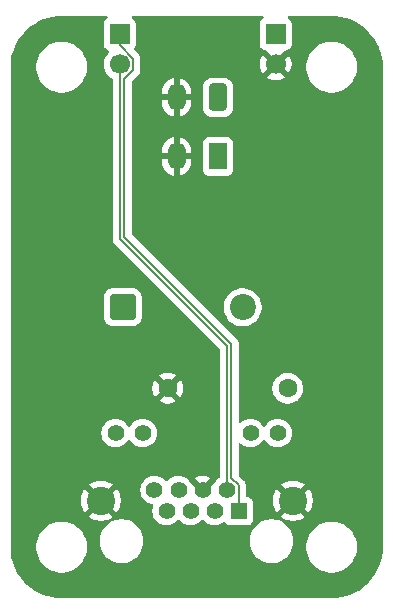
<source format=gtl>
%TF.GenerationSoftware,KiCad,Pcbnew,9.0.2*%
%TF.CreationDate,2025-11-18T17:18:59+08:00*%
%TF.ProjectId,swerve-hub,73776572-7665-42d6-9875-622e6b696361,rev?*%
%TF.SameCoordinates,Original*%
%TF.FileFunction,Copper,L1,Top*%
%TF.FilePolarity,Positive*%
%FSLAX46Y46*%
G04 Gerber Fmt 4.6, Leading zero omitted, Abs format (unit mm)*
G04 Created by KiCad (PCBNEW 9.0.2) date 2025-11-18 17:18:59*
%MOMM*%
%LPD*%
G01*
G04 APERTURE LIST*
G04 Aperture macros list*
%AMRoundRect*
0 Rectangle with rounded corners*
0 $1 Rounding radius*
0 $2 $3 $4 $5 $6 $7 $8 $9 X,Y pos of 4 corners*
0 Add a 4 corners polygon primitive as box body*
4,1,4,$2,$3,$4,$5,$6,$7,$8,$9,$2,$3,0*
0 Add four circle primitives for the rounded corners*
1,1,$1+$1,$2,$3*
1,1,$1+$1,$4,$5*
1,1,$1+$1,$6,$7*
1,1,$1+$1,$8,$9*
0 Add four rect primitives between the rounded corners*
20,1,$1+$1,$2,$3,$4,$5,0*
20,1,$1+$1,$4,$5,$6,$7,0*
20,1,$1+$1,$6,$7,$8,$9,0*
20,1,$1+$1,$8,$9,$2,$3,0*%
G04 Aperture macros list end*
%TA.AperFunction,ComponentPad*%
%ADD10R,1.500000X2.300000*%
%TD*%
%TA.AperFunction,ComponentPad*%
%ADD11RoundRect,0.250001X0.499999X0.899999X-0.499999X0.899999X-0.499999X-0.899999X0.499999X-0.899999X0*%
%TD*%
%TA.AperFunction,ComponentPad*%
%ADD12O,1.500000X2.300000*%
%TD*%
%TA.AperFunction,ComponentPad*%
%ADD13R,1.408000X1.408000*%
%TD*%
%TA.AperFunction,ComponentPad*%
%ADD14C,1.408000*%
%TD*%
%TA.AperFunction,ComponentPad*%
%ADD15C,2.400000*%
%TD*%
%TA.AperFunction,ComponentPad*%
%ADD16RoundRect,0.249999X-0.850001X-0.850001X0.850001X-0.850001X0.850001X0.850001X-0.850001X0.850001X0*%
%TD*%
%TA.AperFunction,ComponentPad*%
%ADD17C,2.200000*%
%TD*%
%TA.AperFunction,ComponentPad*%
%ADD18C,1.600000*%
%TD*%
%TA.AperFunction,ComponentPad*%
%ADD19R,1.700000X1.700000*%
%TD*%
%TA.AperFunction,ComponentPad*%
%ADD20C,1.700000*%
%TD*%
%TA.AperFunction,Conductor*%
%ADD21C,0.200000*%
%TD*%
G04 APERTURE END LIST*
D10*
%TO.P,J3,1,Pin_1*%
%TO.N,Net-(D1-A)*%
X99766000Y-71812500D03*
D11*
X99766000Y-66812500D03*
D12*
%TO.P,J3,2,Pin_2*%
%TO.N,/GND*%
X96266000Y-71812500D03*
X96266000Y-66812500D03*
%TD*%
D13*
%TO.P,J1,1,1*%
%TO.N,/CANh*%
X101526000Y-101843500D03*
D14*
%TO.P,J1,2,2*%
%TO.N,/CANl*%
X100506000Y-100063500D03*
%TO.P,J1,3,3*%
%TO.N,/12v*%
X99486000Y-101843500D03*
%TO.P,J1,4,4*%
%TO.N,/GND*%
X98466000Y-100063500D03*
%TO.P,J1,5,5*%
%TO.N,unconnected-(J1-Pad5)*%
X97446000Y-101843500D03*
%TO.P,J1,6,6*%
%TO.N,unconnected-(J1-Pad6)*%
X96426000Y-100063500D03*
%TO.P,J1,7,7*%
%TO.N,unconnected-(J1-Pad7)*%
X95406000Y-101843500D03*
%TO.P,J1,8,8*%
%TO.N,unconnected-(J1-Pad8)*%
X94386000Y-100063500D03*
%TO.P,J1,9*%
%TO.N,Net-(J1-Pad9)*%
X104816000Y-95243500D03*
%TO.P,J1,10*%
%TO.N,/12v*%
X102526000Y-95243500D03*
%TO.P,J1,11*%
%TO.N,unconnected-(J1-Pad11)*%
X93386000Y-95243500D03*
%TO.P,J1,12*%
%TO.N,unconnected-(J1-Pad12)*%
X91096000Y-95243500D03*
D15*
%TO.P,J1,SH1,SHIELD*%
%TO.N,/GND*%
X89831000Y-100953500D03*
%TO.P,J1,SH2,SHIELD__1*%
X106081000Y-100953500D03*
%TD*%
D16*
%TO.P,D1,1,K*%
%TO.N,/12v*%
X91694000Y-84582000D03*
D17*
%TO.P,D1,2,A*%
%TO.N,Net-(D1-A)*%
X101854000Y-84582000D03*
%TD*%
D18*
%TO.P,R1,1*%
%TO.N,/GND*%
X95504000Y-91440000D03*
%TO.P,R1,2*%
%TO.N,Net-(J1-Pad9)*%
X105664000Y-91440000D03*
%TD*%
D19*
%TO.P,J2,1,Pin_1*%
%TO.N,/CANh*%
X91440000Y-61463000D03*
D20*
%TO.P,J2,2,Pin_2*%
%TO.N,/CANl*%
X91440000Y-64003000D03*
%TD*%
D19*
%TO.P,J4,1,Pin_1*%
%TO.N,/12v*%
X104648000Y-61463000D03*
D20*
%TO.P,J4,2,Pin_2*%
%TO.N,/GND*%
X104648000Y-64003000D03*
%TD*%
D21*
%TO.N,/CANl*%
X100506000Y-87829450D02*
X91440000Y-78763450D01*
X91440000Y-78763450D02*
X91440000Y-64003000D01*
X100506000Y-100063500D02*
X100506000Y-87829450D01*
%TO.N,/CANh*%
X91841000Y-65229760D02*
X91841000Y-78597350D01*
X91841000Y-78597350D02*
X100907000Y-87663350D01*
X92591000Y-63526240D02*
X92591000Y-64479760D01*
X101526000Y-99662215D02*
X101526000Y-101843500D01*
X91440000Y-62375240D02*
X92591000Y-63526240D01*
X92591000Y-64479760D02*
X91841000Y-65229760D01*
X100907000Y-99043215D02*
X100907000Y-87663350D01*
X91440000Y-61463000D02*
X91440000Y-62375240D01*
X101526000Y-99662215D02*
X100907000Y-99043215D01*
%TD*%
%TA.AperFunction,Conductor*%
%TO.N,/GND*%
G36*
X90379476Y-59945685D02*
G01*
X90425231Y-59998489D01*
X90435175Y-60067647D01*
X90406150Y-60131203D01*
X90355771Y-60166182D01*
X90347669Y-60169203D01*
X90347664Y-60169206D01*
X90232455Y-60255452D01*
X90232452Y-60255455D01*
X90146206Y-60370664D01*
X90146202Y-60370671D01*
X90095908Y-60505517D01*
X90089501Y-60565116D01*
X90089501Y-60565123D01*
X90089500Y-60565135D01*
X90089500Y-62360870D01*
X90089501Y-62360876D01*
X90095908Y-62420483D01*
X90146202Y-62555328D01*
X90146206Y-62555335D01*
X90232452Y-62670544D01*
X90232455Y-62670547D01*
X90347664Y-62756793D01*
X90347671Y-62756797D01*
X90479082Y-62805810D01*
X90535016Y-62847681D01*
X90559433Y-62913145D01*
X90544582Y-62981418D01*
X90523431Y-63009673D01*
X90409889Y-63123215D01*
X90284951Y-63295179D01*
X90188444Y-63484585D01*
X90122753Y-63686760D01*
X90089500Y-63896713D01*
X90089500Y-64109286D01*
X90122753Y-64319239D01*
X90188444Y-64521414D01*
X90284951Y-64710820D01*
X90409890Y-64882786D01*
X90560213Y-65033109D01*
X90732184Y-65158051D01*
X90732184Y-65158052D01*
X90771793Y-65178233D01*
X90822590Y-65226206D01*
X90839500Y-65288718D01*
X90839500Y-78676780D01*
X90839499Y-78676798D01*
X90839499Y-78842504D01*
X90839498Y-78842504D01*
X90880423Y-78995235D01*
X90909358Y-79045350D01*
X90909359Y-79045354D01*
X90909360Y-79045354D01*
X90959479Y-79132164D01*
X90959481Y-79132167D01*
X91078349Y-79251035D01*
X91078355Y-79251040D01*
X99869181Y-88041866D01*
X99902666Y-88103189D01*
X99905500Y-88129547D01*
X99905500Y-98947763D01*
X99885815Y-99014802D01*
X99854386Y-99048081D01*
X99721319Y-99144760D01*
X99587258Y-99278821D01*
X99587251Y-99278829D01*
X99534483Y-99351458D01*
X99516560Y-99365278D01*
X99517167Y-99365885D01*
X98908137Y-99974914D01*
X98885333Y-99889806D01*
X98826090Y-99787194D01*
X98742306Y-99703410D01*
X98639694Y-99644167D01*
X98554584Y-99621361D01*
X99123193Y-99052753D01*
X99097033Y-99033746D01*
X98928178Y-98947710D01*
X98747937Y-98889145D01*
X98560762Y-98859500D01*
X98371238Y-98859500D01*
X98184062Y-98889145D01*
X98003821Y-98947710D01*
X97834969Y-99033745D01*
X97808806Y-99052753D01*
X98377415Y-99621361D01*
X98292306Y-99644167D01*
X98189694Y-99703410D01*
X98105910Y-99787194D01*
X98046667Y-99889806D01*
X98023861Y-99974914D01*
X97432551Y-99383604D01*
X97431398Y-99383273D01*
X97419996Y-99372567D01*
X97404591Y-99360315D01*
X97400849Y-99356046D01*
X97344741Y-99278821D01*
X97210679Y-99144759D01*
X97057296Y-99033319D01*
X97026499Y-99017627D01*
X96888372Y-98947247D01*
X96829905Y-98928250D01*
X96708055Y-98888658D01*
X96708051Y-98888657D01*
X96708050Y-98888657D01*
X96520800Y-98859000D01*
X96520796Y-98859000D01*
X96331204Y-98859000D01*
X96331200Y-98859000D01*
X96143949Y-98888657D01*
X96143946Y-98888657D01*
X96143945Y-98888658D01*
X96085482Y-98907653D01*
X95963627Y-98947247D01*
X95794703Y-99033319D01*
X95641319Y-99144760D01*
X95507258Y-99278821D01*
X95506317Y-99280118D01*
X95505832Y-99280491D01*
X95504095Y-99282526D01*
X95503667Y-99282160D01*
X95450987Y-99322783D01*
X95381373Y-99328761D01*
X95319579Y-99296154D01*
X95305683Y-99280118D01*
X95304741Y-99278821D01*
X95170680Y-99144760D01*
X95017296Y-99033319D01*
X94848372Y-98947247D01*
X94789905Y-98928250D01*
X94668055Y-98888658D01*
X94668051Y-98888657D01*
X94668050Y-98888657D01*
X94480800Y-98859000D01*
X94480796Y-98859000D01*
X94291204Y-98859000D01*
X94291200Y-98859000D01*
X94103949Y-98888657D01*
X94103946Y-98888657D01*
X94103945Y-98888658D01*
X94045482Y-98907653D01*
X93923627Y-98947247D01*
X93754703Y-99033319D01*
X93601319Y-99144760D01*
X93467260Y-99278819D01*
X93355819Y-99432203D01*
X93269747Y-99601127D01*
X93211157Y-99781449D01*
X93181500Y-99968699D01*
X93181500Y-100158300D01*
X93209027Y-100332099D01*
X93211158Y-100345555D01*
X93250750Y-100467405D01*
X93269747Y-100525872D01*
X93330655Y-100645409D01*
X93355819Y-100694796D01*
X93467259Y-100848179D01*
X93601321Y-100982241D01*
X93754704Y-101093681D01*
X93834515Y-101134346D01*
X93923627Y-101179752D01*
X93923629Y-101179752D01*
X93923632Y-101179754D01*
X94103945Y-101238342D01*
X94103951Y-101238343D01*
X94103949Y-101238343D01*
X94181378Y-101250606D01*
X94244513Y-101280535D01*
X94281445Y-101339846D01*
X94280447Y-101409709D01*
X94279912Y-101411397D01*
X94231157Y-101561447D01*
X94201500Y-101748699D01*
X94201500Y-101938300D01*
X94231157Y-102125550D01*
X94231158Y-102125555D01*
X94270750Y-102247405D01*
X94289747Y-102305872D01*
X94375819Y-102474796D01*
X94487259Y-102628179D01*
X94621321Y-102762241D01*
X94774704Y-102873681D01*
X94854515Y-102914346D01*
X94943627Y-102959752D01*
X94943629Y-102959752D01*
X94943632Y-102959754D01*
X95123945Y-103018342D01*
X95217574Y-103033171D01*
X95311200Y-103048000D01*
X95311204Y-103048000D01*
X95500800Y-103048000D01*
X95584022Y-103034818D01*
X95688055Y-103018342D01*
X95868368Y-102959754D01*
X96037296Y-102873681D01*
X96190679Y-102762241D01*
X96324741Y-102628179D01*
X96325677Y-102626889D01*
X96326158Y-102626518D01*
X96327905Y-102624474D01*
X96328334Y-102624840D01*
X96381003Y-102584220D01*
X96450616Y-102578236D01*
X96512413Y-102610837D01*
X96526319Y-102626885D01*
X96527259Y-102628179D01*
X96661321Y-102762241D01*
X96814704Y-102873681D01*
X96894515Y-102914346D01*
X96983627Y-102959752D01*
X96983629Y-102959752D01*
X96983632Y-102959754D01*
X97163945Y-103018342D01*
X97257574Y-103033171D01*
X97351200Y-103048000D01*
X97351204Y-103048000D01*
X97540800Y-103048000D01*
X97624022Y-103034818D01*
X97728055Y-103018342D01*
X97908368Y-102959754D01*
X98077296Y-102873681D01*
X98230679Y-102762241D01*
X98364741Y-102628179D01*
X98365677Y-102626889D01*
X98366158Y-102626518D01*
X98367905Y-102624474D01*
X98368334Y-102624840D01*
X98421003Y-102584220D01*
X98490616Y-102578236D01*
X98552413Y-102610837D01*
X98566319Y-102626885D01*
X98567259Y-102628179D01*
X98701321Y-102762241D01*
X98854704Y-102873681D01*
X98934515Y-102914346D01*
X99023627Y-102959752D01*
X99023629Y-102959752D01*
X99023632Y-102959754D01*
X99203945Y-103018342D01*
X99297574Y-103033171D01*
X99391200Y-103048000D01*
X99391204Y-103048000D01*
X99580800Y-103048000D01*
X99664022Y-103034818D01*
X99768055Y-103018342D01*
X99948368Y-102959754D01*
X100117296Y-102873681D01*
X100228053Y-102793210D01*
X100293855Y-102769731D01*
X100361909Y-102785556D01*
X100400202Y-102819217D01*
X100464455Y-102905047D01*
X100579664Y-102991293D01*
X100579671Y-102991297D01*
X100714517Y-103041591D01*
X100714516Y-103041591D01*
X100721444Y-103042335D01*
X100774127Y-103048000D01*
X102277872Y-103047999D01*
X102337483Y-103041591D01*
X102472331Y-102991296D01*
X102587546Y-102905046D01*
X102673796Y-102789831D01*
X102724091Y-102654983D01*
X102730500Y-102595373D01*
X102730499Y-101753500D01*
X102730499Y-101091629D01*
X102730498Y-101091623D01*
X102724091Y-101032016D01*
X102673797Y-100897170D01*
X102673793Y-100897165D01*
X102632553Y-100842075D01*
X104381000Y-100842075D01*
X104381000Y-101064924D01*
X104410085Y-101285854D01*
X104410088Y-101285867D01*
X104467763Y-101501118D01*
X104553045Y-101707002D01*
X104553054Y-101707020D01*
X104664464Y-101899991D01*
X104664473Y-101900004D01*
X104715040Y-101965903D01*
X104715043Y-101965903D01*
X105365152Y-101315793D01*
X105372049Y-101332442D01*
X105459599Y-101463470D01*
X105571030Y-101574901D01*
X105702058Y-101662451D01*
X105718705Y-101669346D01*
X105068595Y-102319455D01*
X105068595Y-102319456D01*
X105134507Y-102370033D01*
X105327485Y-102481449D01*
X105327497Y-102481454D01*
X105533381Y-102566736D01*
X105748632Y-102624411D01*
X105748645Y-102624414D01*
X105969575Y-102653500D01*
X106192425Y-102653500D01*
X106413354Y-102624414D01*
X106413367Y-102624411D01*
X106628618Y-102566736D01*
X106834502Y-102481454D01*
X106834514Y-102481449D01*
X107027498Y-102370030D01*
X107093403Y-102319457D01*
X107093404Y-102319456D01*
X106443294Y-101669346D01*
X106459942Y-101662451D01*
X106590970Y-101574901D01*
X106702401Y-101463470D01*
X106789951Y-101332442D01*
X106796846Y-101315794D01*
X107446956Y-101965904D01*
X107446957Y-101965903D01*
X107497530Y-101899998D01*
X107608949Y-101707014D01*
X107608954Y-101707002D01*
X107694236Y-101501118D01*
X107751911Y-101285867D01*
X107751914Y-101285854D01*
X107781000Y-101064924D01*
X107781000Y-100842075D01*
X107751914Y-100621145D01*
X107751911Y-100621132D01*
X107694236Y-100405881D01*
X107608954Y-100199997D01*
X107608949Y-100199985D01*
X107497533Y-100007007D01*
X107446956Y-99941095D01*
X107446955Y-99941095D01*
X106796846Y-100591204D01*
X106789951Y-100574558D01*
X106702401Y-100443530D01*
X106590970Y-100332099D01*
X106459942Y-100244549D01*
X106443293Y-100237652D01*
X107093403Y-99587543D01*
X107093403Y-99587540D01*
X107027504Y-99536973D01*
X107027491Y-99536964D01*
X106834520Y-99425554D01*
X106834502Y-99425545D01*
X106628618Y-99340263D01*
X106413367Y-99282588D01*
X106413354Y-99282585D01*
X106192425Y-99253500D01*
X105969575Y-99253500D01*
X105748645Y-99282585D01*
X105748632Y-99282588D01*
X105533381Y-99340263D01*
X105327497Y-99425545D01*
X105327479Y-99425554D01*
X105134511Y-99536962D01*
X105068595Y-99587542D01*
X105718706Y-100237652D01*
X105702058Y-100244549D01*
X105571030Y-100332099D01*
X105459599Y-100443530D01*
X105372049Y-100574558D01*
X105365153Y-100591206D01*
X104715042Y-99941095D01*
X104664462Y-100007011D01*
X104553054Y-100199979D01*
X104553045Y-100199997D01*
X104467763Y-100405881D01*
X104410088Y-100621132D01*
X104410085Y-100621145D01*
X104381000Y-100842075D01*
X102632553Y-100842075D01*
X102587547Y-100781955D01*
X102587544Y-100781952D01*
X102472335Y-100695706D01*
X102472328Y-100695702D01*
X102337482Y-100645408D01*
X102337483Y-100645408D01*
X102277883Y-100639001D01*
X102277881Y-100639000D01*
X102277873Y-100639000D01*
X102277865Y-100639000D01*
X102250500Y-100639000D01*
X102183461Y-100619315D01*
X102137706Y-100566511D01*
X102126500Y-100515000D01*
X102126500Y-99647191D01*
X102126500Y-99583158D01*
X102085577Y-99430431D01*
X102085577Y-99430430D01*
X102024821Y-99325198D01*
X102006520Y-99293499D01*
X101894716Y-99181695D01*
X101894715Y-99181694D01*
X101890385Y-99177364D01*
X101890374Y-99177354D01*
X101543819Y-98830799D01*
X101510334Y-98769476D01*
X101507500Y-98743118D01*
X101507500Y-96227782D01*
X101527185Y-96160743D01*
X101579989Y-96114988D01*
X101649147Y-96105044D01*
X101712703Y-96134069D01*
X101719181Y-96140101D01*
X101741321Y-96162241D01*
X101894704Y-96273681D01*
X101974515Y-96314346D01*
X102063627Y-96359752D01*
X102063629Y-96359752D01*
X102063632Y-96359754D01*
X102243945Y-96418342D01*
X102337574Y-96433171D01*
X102431200Y-96448000D01*
X102431204Y-96448000D01*
X102620800Y-96448000D01*
X102704022Y-96434818D01*
X102808055Y-96418342D01*
X102988368Y-96359754D01*
X103157296Y-96273681D01*
X103310679Y-96162241D01*
X103444741Y-96028179D01*
X103556181Y-95874796D01*
X103560514Y-95866292D01*
X103608487Y-95815495D01*
X103676308Y-95798698D01*
X103742443Y-95821234D01*
X103781486Y-95866292D01*
X103785819Y-95874796D01*
X103897259Y-96028179D01*
X104031321Y-96162241D01*
X104184704Y-96273681D01*
X104264515Y-96314346D01*
X104353627Y-96359752D01*
X104353629Y-96359752D01*
X104353632Y-96359754D01*
X104533945Y-96418342D01*
X104627574Y-96433171D01*
X104721200Y-96448000D01*
X104721204Y-96448000D01*
X104910800Y-96448000D01*
X104994022Y-96434818D01*
X105098055Y-96418342D01*
X105278368Y-96359754D01*
X105447296Y-96273681D01*
X105600679Y-96162241D01*
X105734741Y-96028179D01*
X105846181Y-95874796D01*
X105932254Y-95705868D01*
X105990842Y-95525555D01*
X106007318Y-95421522D01*
X106020500Y-95338300D01*
X106020500Y-95148699D01*
X106004023Y-95044671D01*
X105990842Y-94961445D01*
X105932254Y-94781132D01*
X105932252Y-94781129D01*
X105932252Y-94781127D01*
X105876397Y-94671506D01*
X105846181Y-94612204D01*
X105734741Y-94458821D01*
X105600679Y-94324759D01*
X105447296Y-94213319D01*
X105278372Y-94127247D01*
X105219905Y-94108250D01*
X105098055Y-94068658D01*
X105098051Y-94068657D01*
X105098050Y-94068657D01*
X104910800Y-94039000D01*
X104910796Y-94039000D01*
X104721204Y-94039000D01*
X104721200Y-94039000D01*
X104533949Y-94068657D01*
X104533946Y-94068657D01*
X104533945Y-94068658D01*
X104475482Y-94087653D01*
X104353627Y-94127247D01*
X104184703Y-94213319D01*
X104031319Y-94324760D01*
X103897260Y-94458819D01*
X103785817Y-94612206D01*
X103781484Y-94620711D01*
X103733510Y-94671506D01*
X103665689Y-94688301D01*
X103599554Y-94665763D01*
X103560516Y-94620711D01*
X103556182Y-94612206D01*
X103556180Y-94612203D01*
X103444741Y-94458821D01*
X103310679Y-94324759D01*
X103157296Y-94213319D01*
X102988372Y-94127247D01*
X102929905Y-94108250D01*
X102808055Y-94068658D01*
X102808051Y-94068657D01*
X102808050Y-94068657D01*
X102620800Y-94039000D01*
X102620796Y-94039000D01*
X102431204Y-94039000D01*
X102431200Y-94039000D01*
X102243949Y-94068657D01*
X102243946Y-94068657D01*
X102243945Y-94068658D01*
X102185482Y-94087653D01*
X102063627Y-94127247D01*
X101894703Y-94213319D01*
X101741319Y-94324760D01*
X101741318Y-94324761D01*
X101719181Y-94346899D01*
X101657858Y-94380384D01*
X101588166Y-94375400D01*
X101532233Y-94333528D01*
X101507816Y-94268064D01*
X101507500Y-94259218D01*
X101507500Y-91337648D01*
X104363500Y-91337648D01*
X104363500Y-91542351D01*
X104395522Y-91744534D01*
X104458781Y-91939223D01*
X104522691Y-92064653D01*
X104551585Y-92121359D01*
X104551715Y-92121613D01*
X104672028Y-92287213D01*
X104816786Y-92431971D01*
X104937226Y-92519474D01*
X104982390Y-92552287D01*
X105098607Y-92611503D01*
X105164776Y-92645218D01*
X105164778Y-92645218D01*
X105164781Y-92645220D01*
X105269137Y-92679127D01*
X105359465Y-92708477D01*
X105460557Y-92724488D01*
X105561648Y-92740500D01*
X105561649Y-92740500D01*
X105766351Y-92740500D01*
X105766352Y-92740500D01*
X105968534Y-92708477D01*
X106163219Y-92645220D01*
X106345610Y-92552287D01*
X106438590Y-92484732D01*
X106511213Y-92431971D01*
X106511215Y-92431968D01*
X106511219Y-92431966D01*
X106655966Y-92287219D01*
X106655968Y-92287215D01*
X106655971Y-92287213D01*
X106708732Y-92214590D01*
X106776287Y-92121610D01*
X106869220Y-91939219D01*
X106932477Y-91744534D01*
X106964500Y-91542352D01*
X106964500Y-91337648D01*
X106956257Y-91285606D01*
X106932477Y-91135465D01*
X106901458Y-91040000D01*
X106869220Y-90940781D01*
X106869218Y-90940778D01*
X106869218Y-90940776D01*
X106776419Y-90758650D01*
X106776287Y-90758390D01*
X106744092Y-90714077D01*
X106655971Y-90592786D01*
X106511213Y-90448028D01*
X106345613Y-90327715D01*
X106345612Y-90327714D01*
X106345610Y-90327713D01*
X106288653Y-90298691D01*
X106163223Y-90234781D01*
X105968534Y-90171522D01*
X105793995Y-90143878D01*
X105766352Y-90139500D01*
X105561648Y-90139500D01*
X105537329Y-90143351D01*
X105359465Y-90171522D01*
X105164776Y-90234781D01*
X104982386Y-90327715D01*
X104816786Y-90448028D01*
X104672028Y-90592786D01*
X104551715Y-90758386D01*
X104458781Y-90940776D01*
X104395522Y-91135465D01*
X104363500Y-91337648D01*
X101507500Y-91337648D01*
X101507500Y-87584295D01*
X101507500Y-87584293D01*
X101466577Y-87431566D01*
X101466577Y-87431565D01*
X101466577Y-87431564D01*
X101437639Y-87381445D01*
X101437637Y-87381442D01*
X101387520Y-87294634D01*
X101275716Y-87182830D01*
X101275715Y-87182829D01*
X101271385Y-87178499D01*
X101271374Y-87178489D01*
X98548923Y-84456038D01*
X100253500Y-84456038D01*
X100253500Y-84707961D01*
X100292910Y-84956785D01*
X100370760Y-85196383D01*
X100485132Y-85420848D01*
X100633201Y-85624649D01*
X100633205Y-85624654D01*
X100811345Y-85802794D01*
X100811350Y-85802798D01*
X100989117Y-85931952D01*
X101015155Y-85950870D01*
X101158184Y-86023747D01*
X101239616Y-86065239D01*
X101239618Y-86065239D01*
X101239621Y-86065241D01*
X101479215Y-86143090D01*
X101728038Y-86182500D01*
X101728039Y-86182500D01*
X101979961Y-86182500D01*
X101979962Y-86182500D01*
X102228785Y-86143090D01*
X102468379Y-86065241D01*
X102692845Y-85950870D01*
X102896656Y-85802793D01*
X103074793Y-85624656D01*
X103222870Y-85420845D01*
X103337241Y-85196379D01*
X103415090Y-84956785D01*
X103454500Y-84707962D01*
X103454500Y-84456038D01*
X103415090Y-84207215D01*
X103337241Y-83967621D01*
X103337239Y-83967618D01*
X103337239Y-83967616D01*
X103295747Y-83886184D01*
X103222870Y-83743155D01*
X103178425Y-83681982D01*
X103074798Y-83539350D01*
X103074794Y-83539345D01*
X102896654Y-83361205D01*
X102896649Y-83361201D01*
X102692848Y-83213132D01*
X102692847Y-83213131D01*
X102692845Y-83213130D01*
X102622747Y-83177413D01*
X102468383Y-83098760D01*
X102228785Y-83020910D01*
X101979962Y-82981500D01*
X101728038Y-82981500D01*
X101661738Y-82992001D01*
X101479214Y-83020910D01*
X101239616Y-83098760D01*
X101015151Y-83213132D01*
X100811350Y-83361201D01*
X100811345Y-83361205D01*
X100633205Y-83539345D01*
X100633201Y-83539350D01*
X100485132Y-83743151D01*
X100370760Y-83967616D01*
X100292910Y-84207214D01*
X100253500Y-84456038D01*
X98548923Y-84456038D01*
X92477819Y-78384934D01*
X92444334Y-78323611D01*
X92441500Y-78297253D01*
X92441500Y-71314117D01*
X95016000Y-71314117D01*
X95016000Y-71562500D01*
X95717518Y-71562500D01*
X95706889Y-71580909D01*
X95666000Y-71733509D01*
X95666000Y-71891491D01*
X95706889Y-72044091D01*
X95717518Y-72062500D01*
X95016000Y-72062500D01*
X95016000Y-72310882D01*
X95046778Y-72505205D01*
X95107581Y-72692335D01*
X95196904Y-72867643D01*
X95312555Y-73026821D01*
X95451678Y-73165944D01*
X95610856Y-73281595D01*
X95786162Y-73370918D01*
X95973283Y-73431718D01*
X96016000Y-73438484D01*
X96016000Y-72360982D01*
X96034409Y-72371611D01*
X96187009Y-72412500D01*
X96344991Y-72412500D01*
X96497591Y-72371611D01*
X96516000Y-72360982D01*
X96516000Y-73438483D01*
X96558716Y-73431718D01*
X96745837Y-73370918D01*
X96921143Y-73281595D01*
X97080321Y-73165944D01*
X97219444Y-73026821D01*
X97335095Y-72867643D01*
X97424418Y-72692335D01*
X97485221Y-72505205D01*
X97516000Y-72310882D01*
X97516000Y-72062500D01*
X96814482Y-72062500D01*
X96825111Y-72044091D01*
X96866000Y-71891491D01*
X96866000Y-71733509D01*
X96825111Y-71580909D01*
X96814482Y-71562500D01*
X97516000Y-71562500D01*
X97516000Y-71314117D01*
X97485221Y-71119794D01*
X97424418Y-70932664D01*
X97335095Y-70757356D01*
X97281938Y-70684192D01*
X97281937Y-70684189D01*
X97231401Y-70614635D01*
X98515500Y-70614635D01*
X98515500Y-73010370D01*
X98515501Y-73010376D01*
X98521908Y-73069983D01*
X98572202Y-73204828D01*
X98572206Y-73204835D01*
X98658452Y-73320044D01*
X98658455Y-73320047D01*
X98773664Y-73406293D01*
X98773671Y-73406297D01*
X98908517Y-73456591D01*
X98908516Y-73456591D01*
X98915444Y-73457335D01*
X98968127Y-73463000D01*
X100563872Y-73462999D01*
X100623483Y-73456591D01*
X100758331Y-73406296D01*
X100873546Y-73320046D01*
X100959796Y-73204831D01*
X101010091Y-73069983D01*
X101016500Y-73010373D01*
X101016499Y-70614628D01*
X101010091Y-70555017D01*
X100959796Y-70420169D01*
X100959795Y-70420168D01*
X100959793Y-70420164D01*
X100873547Y-70304955D01*
X100873544Y-70304952D01*
X100758335Y-70218706D01*
X100758328Y-70218702D01*
X100623482Y-70168408D01*
X100623483Y-70168408D01*
X100563883Y-70162001D01*
X100563881Y-70162000D01*
X100563873Y-70162000D01*
X100563864Y-70162000D01*
X98968129Y-70162000D01*
X98968123Y-70162001D01*
X98908516Y-70168408D01*
X98773671Y-70218702D01*
X98773664Y-70218706D01*
X98658455Y-70304952D01*
X98658452Y-70304955D01*
X98572206Y-70420164D01*
X98572202Y-70420171D01*
X98521908Y-70555017D01*
X98515501Y-70614616D01*
X98515501Y-70614623D01*
X98515500Y-70614635D01*
X97231401Y-70614635D01*
X97219450Y-70598186D01*
X97219443Y-70598177D01*
X97080321Y-70459055D01*
X96921143Y-70343404D01*
X96745835Y-70254081D01*
X96558705Y-70193278D01*
X96516000Y-70186514D01*
X96516000Y-71264017D01*
X96497591Y-71253389D01*
X96344991Y-71212500D01*
X96187009Y-71212500D01*
X96034409Y-71253389D01*
X96016000Y-71264017D01*
X96016000Y-70186514D01*
X96015999Y-70186514D01*
X95973294Y-70193278D01*
X95786164Y-70254081D01*
X95610856Y-70343404D01*
X95451678Y-70459055D01*
X95312555Y-70598178D01*
X95196904Y-70757356D01*
X95107581Y-70932664D01*
X95046778Y-71119794D01*
X95016000Y-71314117D01*
X92441500Y-71314117D01*
X92441500Y-66314117D01*
X95016000Y-66314117D01*
X95016000Y-66562500D01*
X95717518Y-66562500D01*
X95706889Y-66580909D01*
X95666000Y-66733509D01*
X95666000Y-66891491D01*
X95706889Y-67044091D01*
X95717518Y-67062500D01*
X95016000Y-67062500D01*
X95016000Y-67310882D01*
X95046778Y-67505205D01*
X95107581Y-67692335D01*
X95196904Y-67867643D01*
X95312555Y-68026821D01*
X95451678Y-68165944D01*
X95610856Y-68281595D01*
X95786162Y-68370918D01*
X95973283Y-68431718D01*
X96016000Y-68438484D01*
X96016000Y-67360982D01*
X96034409Y-67371611D01*
X96187009Y-67412500D01*
X96344991Y-67412500D01*
X96497591Y-67371611D01*
X96516000Y-67360982D01*
X96516000Y-68438483D01*
X96558716Y-68431718D01*
X96745837Y-68370918D01*
X96921143Y-68281595D01*
X97080321Y-68165944D01*
X97219444Y-68026821D01*
X97335095Y-67867643D01*
X97424418Y-67692335D01*
X97485221Y-67505205D01*
X97516000Y-67310882D01*
X97516000Y-67062500D01*
X96814482Y-67062500D01*
X96825111Y-67044091D01*
X96866000Y-66891491D01*
X96866000Y-66733509D01*
X96825111Y-66580909D01*
X96814482Y-66562500D01*
X97516000Y-66562500D01*
X97516000Y-66314117D01*
X97485221Y-66119794D01*
X97424418Y-65932662D01*
X97415740Y-65915631D01*
X97415739Y-65915629D01*
X97388661Y-65862484D01*
X98515500Y-65862484D01*
X98515500Y-67762515D01*
X98526000Y-67865295D01*
X98526001Y-67865297D01*
X98553593Y-67948565D01*
X98581186Y-68031835D01*
X98581187Y-68031837D01*
X98673286Y-68181151D01*
X98673289Y-68181155D01*
X98797344Y-68305210D01*
X98797348Y-68305213D01*
X98946662Y-68397312D01*
X98946664Y-68397313D01*
X98946666Y-68397314D01*
X99113203Y-68452499D01*
X99215992Y-68463000D01*
X99215997Y-68463000D01*
X100316003Y-68463000D01*
X100316008Y-68463000D01*
X100418797Y-68452499D01*
X100585334Y-68397314D01*
X100734655Y-68305211D01*
X100858711Y-68181155D01*
X100950814Y-68031834D01*
X101005999Y-67865297D01*
X101016500Y-67762508D01*
X101016500Y-65862492D01*
X101005999Y-65759703D01*
X100950814Y-65593166D01*
X100858711Y-65443845D01*
X100734655Y-65319789D01*
X100734651Y-65319786D01*
X100585337Y-65227687D01*
X100585335Y-65227686D01*
X100509886Y-65202685D01*
X100418797Y-65172501D01*
X100418795Y-65172500D01*
X100316015Y-65162000D01*
X100316008Y-65162000D01*
X99215992Y-65162000D01*
X99215984Y-65162000D01*
X99113204Y-65172500D01*
X99113203Y-65172501D01*
X98946664Y-65227686D01*
X98946662Y-65227687D01*
X98797348Y-65319786D01*
X98797344Y-65319789D01*
X98673289Y-65443844D01*
X98673286Y-65443848D01*
X98581187Y-65593162D01*
X98581186Y-65593164D01*
X98526001Y-65759703D01*
X98526000Y-65759704D01*
X98515500Y-65862484D01*
X97388661Y-65862484D01*
X97335097Y-65757358D01*
X97219444Y-65598178D01*
X97080321Y-65459055D01*
X96921143Y-65343404D01*
X96745835Y-65254081D01*
X96558705Y-65193278D01*
X96516000Y-65186514D01*
X96516000Y-66264017D01*
X96497591Y-66253389D01*
X96344991Y-66212500D01*
X96187009Y-66212500D01*
X96034409Y-66253389D01*
X96016000Y-66264017D01*
X96016000Y-65186514D01*
X96015999Y-65186514D01*
X95973294Y-65193278D01*
X95786164Y-65254081D01*
X95610856Y-65343404D01*
X95451678Y-65459055D01*
X95312555Y-65598178D01*
X95196904Y-65757356D01*
X95107581Y-65932664D01*
X95046778Y-66119794D01*
X95016000Y-66314117D01*
X92441500Y-66314117D01*
X92441500Y-65529856D01*
X92461185Y-65462817D01*
X92477815Y-65442179D01*
X92949506Y-64970487D01*
X92949511Y-64970484D01*
X92959714Y-64960280D01*
X92959716Y-64960280D01*
X93071520Y-64848476D01*
X93127220Y-64752000D01*
X93150577Y-64711545D01*
X93191500Y-64558817D01*
X93191500Y-64400703D01*
X93191500Y-63615300D01*
X93191501Y-63615287D01*
X93191501Y-63447185D01*
X93191501Y-63447183D01*
X93150577Y-63294455D01*
X93089981Y-63189500D01*
X93071520Y-63157524D01*
X92959716Y-63045720D01*
X92959713Y-63045718D01*
X92696549Y-62782554D01*
X92663064Y-62721231D01*
X92668048Y-62651539D01*
X92684961Y-62620564D01*
X92733796Y-62555331D01*
X92784091Y-62420483D01*
X92790500Y-62360873D01*
X92790499Y-60565128D01*
X92784091Y-60505517D01*
X92775273Y-60481876D01*
X92733797Y-60370671D01*
X92733793Y-60370664D01*
X92647547Y-60255455D01*
X92647544Y-60255452D01*
X92532335Y-60169206D01*
X92532330Y-60169203D01*
X92524229Y-60166182D01*
X92468296Y-60124310D01*
X92443879Y-60058846D01*
X92458731Y-59990573D01*
X92508136Y-59941168D01*
X92567563Y-59926000D01*
X103520437Y-59926000D01*
X103587476Y-59945685D01*
X103633231Y-59998489D01*
X103643175Y-60067647D01*
X103614150Y-60131203D01*
X103563771Y-60166182D01*
X103555669Y-60169203D01*
X103555664Y-60169206D01*
X103440455Y-60255452D01*
X103440452Y-60255455D01*
X103354206Y-60370664D01*
X103354202Y-60370671D01*
X103303908Y-60505517D01*
X103297501Y-60565116D01*
X103297501Y-60565123D01*
X103297500Y-60565135D01*
X103297500Y-62360870D01*
X103297501Y-62360876D01*
X103303908Y-62420483D01*
X103354202Y-62555328D01*
X103354206Y-62555335D01*
X103440452Y-62670544D01*
X103440455Y-62670547D01*
X103555664Y-62756793D01*
X103555671Y-62756797D01*
X103600618Y-62773561D01*
X103690517Y-62807091D01*
X103750127Y-62813500D01*
X103760685Y-62813499D01*
X103827723Y-62833179D01*
X103848372Y-62849818D01*
X104518591Y-63520037D01*
X104455007Y-63537075D01*
X104340993Y-63602901D01*
X104247901Y-63695993D01*
X104182075Y-63810007D01*
X104165037Y-63873591D01*
X103532728Y-63241282D01*
X103532727Y-63241282D01*
X103493380Y-63295439D01*
X103396904Y-63484782D01*
X103331242Y-63686869D01*
X103331242Y-63686872D01*
X103298000Y-63896753D01*
X103298000Y-64109246D01*
X103331242Y-64319127D01*
X103331242Y-64319130D01*
X103396904Y-64521217D01*
X103493375Y-64710550D01*
X103532728Y-64764716D01*
X104165037Y-64132408D01*
X104182075Y-64195993D01*
X104247901Y-64310007D01*
X104340993Y-64403099D01*
X104455007Y-64468925D01*
X104518590Y-64485962D01*
X103886282Y-65118269D01*
X103886282Y-65118270D01*
X103940449Y-65157624D01*
X104129782Y-65254095D01*
X104331870Y-65319757D01*
X104541754Y-65353000D01*
X104754246Y-65353000D01*
X104964127Y-65319757D01*
X104964130Y-65319757D01*
X105166217Y-65254095D01*
X105355554Y-65157622D01*
X105409716Y-65118270D01*
X105409717Y-65118270D01*
X104777408Y-64485962D01*
X104840993Y-64468925D01*
X104955007Y-64403099D01*
X105048099Y-64310007D01*
X105113925Y-64195993D01*
X105130962Y-64132409D01*
X105763270Y-64764717D01*
X105763270Y-64764716D01*
X105802622Y-64710554D01*
X105899095Y-64521217D01*
X105964757Y-64319130D01*
X105964757Y-64319127D01*
X105997795Y-64110541D01*
X107235500Y-64110541D01*
X107235500Y-64392458D01*
X107272295Y-64671939D01*
X107345259Y-64944243D01*
X107453135Y-65204679D01*
X107453140Y-65204690D01*
X107591217Y-65443845D01*
X107594088Y-65448817D01*
X107765700Y-65672465D01*
X107765704Y-65672470D01*
X107965029Y-65871795D01*
X107965033Y-65871798D01*
X107965035Y-65871800D01*
X108188683Y-66043412D01*
X108188690Y-66043416D01*
X108432809Y-66184359D01*
X108432814Y-66184361D01*
X108432817Y-66184363D01*
X108693261Y-66292242D01*
X108965558Y-66365204D01*
X109245049Y-66402000D01*
X109245056Y-66402000D01*
X109526944Y-66402000D01*
X109526951Y-66402000D01*
X109806442Y-66365204D01*
X110078739Y-66292242D01*
X110339183Y-66184363D01*
X110583317Y-66043412D01*
X110806965Y-65871800D01*
X111006300Y-65672465D01*
X111177912Y-65448817D01*
X111318863Y-65204683D01*
X111426742Y-64944239D01*
X111499704Y-64671942D01*
X111536500Y-64392451D01*
X111536500Y-64110549D01*
X111536328Y-64109246D01*
X111519728Y-63983155D01*
X111499704Y-63831058D01*
X111426742Y-63558761D01*
X111318863Y-63298317D01*
X111318861Y-63298314D01*
X111318859Y-63298309D01*
X111177916Y-63054190D01*
X111177912Y-63054183D01*
X111006300Y-62830535D01*
X111006298Y-62830533D01*
X111006295Y-62830529D01*
X110806970Y-62631204D01*
X110708096Y-62555335D01*
X110583317Y-62459588D01*
X110583311Y-62459584D01*
X110583309Y-62459583D01*
X110339190Y-62318640D01*
X110339179Y-62318635D01*
X110078743Y-62210759D01*
X109806439Y-62137795D01*
X109526958Y-62101000D01*
X109526951Y-62101000D01*
X109245049Y-62101000D01*
X109245041Y-62101000D01*
X108965560Y-62137795D01*
X108693256Y-62210759D01*
X108432820Y-62318635D01*
X108432809Y-62318640D01*
X108188690Y-62459583D01*
X108188682Y-62459589D01*
X107965029Y-62631204D01*
X107765704Y-62830529D01*
X107702311Y-62913145D01*
X107600584Y-63045718D01*
X107594089Y-63054182D01*
X107594083Y-63054190D01*
X107453140Y-63298309D01*
X107453135Y-63298320D01*
X107345259Y-63558756D01*
X107272295Y-63831060D01*
X107235500Y-64110541D01*
X105997795Y-64110541D01*
X105998000Y-64109246D01*
X105998000Y-63896753D01*
X105964757Y-63686872D01*
X105964757Y-63686869D01*
X105899095Y-63484782D01*
X105802624Y-63295449D01*
X105763270Y-63241282D01*
X105763269Y-63241282D01*
X105130962Y-63873590D01*
X105113925Y-63810007D01*
X105048099Y-63695993D01*
X104955007Y-63602901D01*
X104840993Y-63537075D01*
X104777409Y-63520037D01*
X105447627Y-62849818D01*
X105508950Y-62816333D01*
X105535307Y-62813499D01*
X105545872Y-62813499D01*
X105605483Y-62807091D01*
X105740331Y-62756796D01*
X105855546Y-62670546D01*
X105941796Y-62555331D01*
X105992091Y-62420483D01*
X105998500Y-62360873D01*
X105998499Y-60565128D01*
X105992091Y-60505517D01*
X105983273Y-60481876D01*
X105941797Y-60370671D01*
X105941793Y-60370664D01*
X105855547Y-60255455D01*
X105855544Y-60255452D01*
X105740335Y-60169206D01*
X105740330Y-60169203D01*
X105732229Y-60166182D01*
X105676296Y-60124310D01*
X105651879Y-60058846D01*
X105666731Y-59990573D01*
X105716136Y-59941168D01*
X105775563Y-59926000D01*
X109320108Y-59926000D01*
X109383128Y-59926000D01*
X109388855Y-59926132D01*
X109779390Y-59944187D01*
X109790780Y-59945243D01*
X110175141Y-59998859D01*
X110186385Y-60000961D01*
X110564158Y-60089812D01*
X110575148Y-60092939D01*
X110943133Y-60216275D01*
X110953787Y-60220403D01*
X111308806Y-60377159D01*
X111319032Y-60382251D01*
X111580593Y-60527939D01*
X111658069Y-60571094D01*
X111667807Y-60577123D01*
X111987971Y-60796439D01*
X111997111Y-60803342D01*
X112295660Y-61051254D01*
X112304124Y-61058970D01*
X112578529Y-61333375D01*
X112586245Y-61341839D01*
X112834157Y-61640388D01*
X112841060Y-61649528D01*
X113060376Y-61969692D01*
X113066405Y-61979430D01*
X113255241Y-62318453D01*
X113260344Y-62328702D01*
X113360411Y-62555331D01*
X113417091Y-62683699D01*
X113421229Y-62694379D01*
X113544556Y-63062338D01*
X113547690Y-63073354D01*
X113636536Y-63451106D01*
X113638641Y-63462365D01*
X113692255Y-63846712D01*
X113693312Y-63858116D01*
X113711368Y-64248644D01*
X113711500Y-64254371D01*
X113711500Y-104888628D01*
X113711368Y-104894355D01*
X113693312Y-105284883D01*
X113692255Y-105296287D01*
X113638641Y-105680634D01*
X113636536Y-105691893D01*
X113547690Y-106069645D01*
X113544556Y-106080661D01*
X113421229Y-106448620D01*
X113417091Y-106459300D01*
X113260346Y-106814293D01*
X113255241Y-106824546D01*
X113066405Y-107163569D01*
X113060376Y-107173307D01*
X112841060Y-107493471D01*
X112834157Y-107502611D01*
X112586245Y-107801160D01*
X112578529Y-107809624D01*
X112304124Y-108084029D01*
X112295660Y-108091745D01*
X111997111Y-108339657D01*
X111987971Y-108346560D01*
X111667807Y-108565876D01*
X111658069Y-108571905D01*
X111319046Y-108760741D01*
X111308793Y-108765846D01*
X110953800Y-108922591D01*
X110943120Y-108926729D01*
X110575161Y-109050056D01*
X110564145Y-109053190D01*
X110186393Y-109142036D01*
X110175134Y-109144141D01*
X109790787Y-109197755D01*
X109779383Y-109198812D01*
X109388855Y-109216868D01*
X109383128Y-109217000D01*
X86528872Y-109217000D01*
X86523145Y-109216868D01*
X86132616Y-109198812D01*
X86121212Y-109197755D01*
X85736865Y-109144141D01*
X85725606Y-109142036D01*
X85347854Y-109053190D01*
X85336838Y-109050056D01*
X84968879Y-108926729D01*
X84958199Y-108922591D01*
X84603206Y-108765846D01*
X84592958Y-108760743D01*
X84481297Y-108698548D01*
X84253930Y-108571905D01*
X84244192Y-108565876D01*
X83924028Y-108346560D01*
X83914888Y-108339657D01*
X83616339Y-108091745D01*
X83607875Y-108084029D01*
X83333470Y-107809624D01*
X83325754Y-107801160D01*
X83077842Y-107502611D01*
X83070939Y-107493471D01*
X82851623Y-107173307D01*
X82845594Y-107163569D01*
X82777880Y-107042000D01*
X82656751Y-106824532D01*
X82651659Y-106814306D01*
X82494903Y-106459287D01*
X82490775Y-106448633D01*
X82367439Y-106080648D01*
X82364312Y-106069658D01*
X82275461Y-105691885D01*
X82273358Y-105680634D01*
X82262980Y-105606238D01*
X82219743Y-105296280D01*
X82218687Y-105284883D01*
X82214934Y-105203714D01*
X82200632Y-104894355D01*
X82200500Y-104888628D01*
X82200500Y-104750541D01*
X84375500Y-104750541D01*
X84375500Y-105032458D01*
X84412295Y-105311939D01*
X84485259Y-105584243D01*
X84593135Y-105844679D01*
X84593140Y-105844690D01*
X84723019Y-106069645D01*
X84734088Y-106088817D01*
X84905700Y-106312465D01*
X84905704Y-106312470D01*
X85105029Y-106511795D01*
X85105033Y-106511798D01*
X85105035Y-106511800D01*
X85328683Y-106683412D01*
X85328690Y-106683416D01*
X85572809Y-106824359D01*
X85572814Y-106824361D01*
X85572817Y-106824363D01*
X85833261Y-106932242D01*
X86105558Y-107005204D01*
X86385049Y-107042000D01*
X86385056Y-107042000D01*
X86666944Y-107042000D01*
X86666951Y-107042000D01*
X86946442Y-107005204D01*
X87218739Y-106932242D01*
X87479183Y-106824363D01*
X87723317Y-106683412D01*
X87946965Y-106511800D01*
X88146300Y-106312465D01*
X88317912Y-106088817D01*
X88458863Y-105844683D01*
X88566742Y-105584239D01*
X88639704Y-105311942D01*
X88676500Y-105032451D01*
X88676500Y-104750549D01*
X88639704Y-104471058D01*
X88583743Y-104262211D01*
X89755500Y-104262211D01*
X89755500Y-104504788D01*
X89787161Y-104745285D01*
X89849947Y-104979604D01*
X89871840Y-105032458D01*
X89942776Y-105203712D01*
X90064064Y-105413789D01*
X90064066Y-105413792D01*
X90064067Y-105413793D01*
X90211733Y-105606236D01*
X90211739Y-105606243D01*
X90383256Y-105777760D01*
X90383263Y-105777766D01*
X90496321Y-105864518D01*
X90575711Y-105925436D01*
X90785788Y-106046724D01*
X91009900Y-106139554D01*
X91244211Y-106202338D01*
X91424586Y-106226084D01*
X91484711Y-106234000D01*
X91484712Y-106234000D01*
X91727289Y-106234000D01*
X91775388Y-106227667D01*
X91967789Y-106202338D01*
X92202100Y-106139554D01*
X92426212Y-106046724D01*
X92636289Y-105925436D01*
X92828738Y-105777765D01*
X93000265Y-105606238D01*
X93147936Y-105413789D01*
X93269224Y-105203712D01*
X93362054Y-104979600D01*
X93424838Y-104745289D01*
X93456500Y-104504788D01*
X93456500Y-104262212D01*
X93456500Y-104262211D01*
X102455500Y-104262211D01*
X102455500Y-104504788D01*
X102487161Y-104745285D01*
X102549947Y-104979604D01*
X102571840Y-105032458D01*
X102642776Y-105203712D01*
X102764064Y-105413789D01*
X102764066Y-105413792D01*
X102764067Y-105413793D01*
X102911733Y-105606236D01*
X102911739Y-105606243D01*
X103083256Y-105777760D01*
X103083263Y-105777766D01*
X103196321Y-105864518D01*
X103275711Y-105925436D01*
X103485788Y-106046724D01*
X103709900Y-106139554D01*
X103944211Y-106202338D01*
X104124586Y-106226084D01*
X104184711Y-106234000D01*
X104184712Y-106234000D01*
X104427289Y-106234000D01*
X104475388Y-106227667D01*
X104667789Y-106202338D01*
X104902100Y-106139554D01*
X105126212Y-106046724D01*
X105336289Y-105925436D01*
X105528738Y-105777765D01*
X105700265Y-105606238D01*
X105847936Y-105413789D01*
X105969224Y-105203712D01*
X106062054Y-104979600D01*
X106123431Y-104750541D01*
X107235500Y-104750541D01*
X107235500Y-105032458D01*
X107272295Y-105311939D01*
X107345259Y-105584243D01*
X107453135Y-105844679D01*
X107453140Y-105844690D01*
X107583019Y-106069645D01*
X107594088Y-106088817D01*
X107765700Y-106312465D01*
X107765704Y-106312470D01*
X107965029Y-106511795D01*
X107965033Y-106511798D01*
X107965035Y-106511800D01*
X108188683Y-106683412D01*
X108188690Y-106683416D01*
X108432809Y-106824359D01*
X108432814Y-106824361D01*
X108432817Y-106824363D01*
X108693261Y-106932242D01*
X108965558Y-107005204D01*
X109245049Y-107042000D01*
X109245056Y-107042000D01*
X109526944Y-107042000D01*
X109526951Y-107042000D01*
X109806442Y-107005204D01*
X110078739Y-106932242D01*
X110339183Y-106824363D01*
X110583317Y-106683412D01*
X110806965Y-106511800D01*
X111006300Y-106312465D01*
X111177912Y-106088817D01*
X111318863Y-105844683D01*
X111426742Y-105584239D01*
X111499704Y-105311942D01*
X111536500Y-105032451D01*
X111536500Y-104750549D01*
X111499704Y-104471058D01*
X111426742Y-104198761D01*
X111318863Y-103938317D01*
X111318861Y-103938314D01*
X111318859Y-103938309D01*
X111177916Y-103694190D01*
X111177912Y-103694183D01*
X111006300Y-103470535D01*
X111006298Y-103470533D01*
X111006295Y-103470529D01*
X110806970Y-103271204D01*
X110663041Y-103160763D01*
X110583317Y-103099588D01*
X110583311Y-103099584D01*
X110583309Y-103099583D01*
X110339190Y-102958640D01*
X110339179Y-102958635D01*
X110078743Y-102850759D01*
X109806439Y-102777795D01*
X109526958Y-102741000D01*
X109526951Y-102741000D01*
X109245049Y-102741000D01*
X109245041Y-102741000D01*
X108965560Y-102777795D01*
X108693256Y-102850759D01*
X108432820Y-102958635D01*
X108432809Y-102958640D01*
X108188690Y-103099583D01*
X108188682Y-103099589D01*
X107965029Y-103271204D01*
X107765704Y-103470529D01*
X107594089Y-103694182D01*
X107594083Y-103694190D01*
X107453140Y-103938309D01*
X107453135Y-103938320D01*
X107345259Y-104198756D01*
X107272295Y-104471060D01*
X107235500Y-104750541D01*
X106123431Y-104750541D01*
X106124838Y-104745289D01*
X106156500Y-104504788D01*
X106156500Y-104262212D01*
X106124838Y-104021711D01*
X106062054Y-103787400D01*
X105969224Y-103563288D01*
X105847936Y-103353211D01*
X105700265Y-103160762D01*
X105700260Y-103160756D01*
X105528743Y-102989239D01*
X105528736Y-102989233D01*
X105336293Y-102841567D01*
X105336292Y-102841566D01*
X105336289Y-102841564D01*
X105126212Y-102720276D01*
X105126205Y-102720273D01*
X104902104Y-102627447D01*
X104667785Y-102564661D01*
X104427289Y-102533000D01*
X104427288Y-102533000D01*
X104184712Y-102533000D01*
X104184711Y-102533000D01*
X103944214Y-102564661D01*
X103709895Y-102627447D01*
X103485794Y-102720273D01*
X103485785Y-102720277D01*
X103275706Y-102841567D01*
X103083263Y-102989233D01*
X103083256Y-102989239D01*
X102911739Y-103160756D01*
X102911733Y-103160763D01*
X102764067Y-103353206D01*
X102642777Y-103563285D01*
X102642773Y-103563294D01*
X102549947Y-103787395D01*
X102487161Y-104021714D01*
X102455500Y-104262211D01*
X93456500Y-104262211D01*
X93424838Y-104021711D01*
X93362054Y-103787400D01*
X93269224Y-103563288D01*
X93147936Y-103353211D01*
X93000265Y-103160762D01*
X93000260Y-103160756D01*
X92828743Y-102989239D01*
X92828736Y-102989233D01*
X92636293Y-102841567D01*
X92636292Y-102841566D01*
X92636289Y-102841564D01*
X92426212Y-102720276D01*
X92426205Y-102720273D01*
X92202104Y-102627447D01*
X91967785Y-102564661D01*
X91727289Y-102533000D01*
X91727288Y-102533000D01*
X91484712Y-102533000D01*
X91484711Y-102533000D01*
X91244214Y-102564661D01*
X91009895Y-102627447D01*
X90785794Y-102720273D01*
X90785785Y-102720277D01*
X90575706Y-102841567D01*
X90383263Y-102989233D01*
X90383256Y-102989239D01*
X90211739Y-103160756D01*
X90211733Y-103160763D01*
X90064067Y-103353206D01*
X89942777Y-103563285D01*
X89942773Y-103563294D01*
X89849947Y-103787395D01*
X89787161Y-104021714D01*
X89755500Y-104262211D01*
X88583743Y-104262211D01*
X88566742Y-104198761D01*
X88458863Y-103938317D01*
X88458861Y-103938314D01*
X88458859Y-103938309D01*
X88317916Y-103694190D01*
X88317912Y-103694183D01*
X88146300Y-103470535D01*
X88146298Y-103470533D01*
X88146295Y-103470529D01*
X87946970Y-103271204D01*
X87803041Y-103160763D01*
X87723317Y-103099588D01*
X87723311Y-103099584D01*
X87723309Y-103099583D01*
X87479190Y-102958640D01*
X87479179Y-102958635D01*
X87218743Y-102850759D01*
X86946439Y-102777795D01*
X86666958Y-102741000D01*
X86666951Y-102741000D01*
X86385049Y-102741000D01*
X86385041Y-102741000D01*
X86105560Y-102777795D01*
X85833256Y-102850759D01*
X85572820Y-102958635D01*
X85572809Y-102958640D01*
X85328690Y-103099583D01*
X85328682Y-103099589D01*
X85105029Y-103271204D01*
X84905704Y-103470529D01*
X84734089Y-103694182D01*
X84734083Y-103694190D01*
X84593140Y-103938309D01*
X84593135Y-103938320D01*
X84485259Y-104198756D01*
X84412295Y-104471060D01*
X84375500Y-104750541D01*
X82200500Y-104750541D01*
X82200500Y-100842075D01*
X88131000Y-100842075D01*
X88131000Y-101064924D01*
X88160085Y-101285854D01*
X88160088Y-101285867D01*
X88217763Y-101501118D01*
X88303045Y-101707002D01*
X88303054Y-101707020D01*
X88414464Y-101899991D01*
X88414473Y-101900004D01*
X88465040Y-101965903D01*
X88465043Y-101965903D01*
X89115152Y-101315793D01*
X89122049Y-101332442D01*
X89209599Y-101463470D01*
X89321030Y-101574901D01*
X89452058Y-101662451D01*
X89468705Y-101669346D01*
X88818595Y-102319455D01*
X88818595Y-102319456D01*
X88884507Y-102370033D01*
X89077485Y-102481449D01*
X89077497Y-102481454D01*
X89283381Y-102566736D01*
X89498632Y-102624411D01*
X89498645Y-102624414D01*
X89719575Y-102653500D01*
X89942425Y-102653500D01*
X90163354Y-102624414D01*
X90163367Y-102624411D01*
X90378618Y-102566736D01*
X90584502Y-102481454D01*
X90584514Y-102481449D01*
X90777498Y-102370030D01*
X90843403Y-102319457D01*
X90843404Y-102319456D01*
X90193294Y-101669346D01*
X90209942Y-101662451D01*
X90340970Y-101574901D01*
X90452401Y-101463470D01*
X90539951Y-101332442D01*
X90546846Y-101315794D01*
X91196956Y-101965904D01*
X91196957Y-101965903D01*
X91247530Y-101899998D01*
X91358949Y-101707014D01*
X91358954Y-101707002D01*
X91444236Y-101501118D01*
X91501911Y-101285867D01*
X91501914Y-101285854D01*
X91531000Y-101064924D01*
X91531000Y-100842075D01*
X91501914Y-100621145D01*
X91501911Y-100621132D01*
X91444236Y-100405881D01*
X91358954Y-100199997D01*
X91358949Y-100199985D01*
X91247533Y-100007007D01*
X91196956Y-99941095D01*
X91196955Y-99941095D01*
X90546846Y-100591204D01*
X90539951Y-100574558D01*
X90452401Y-100443530D01*
X90340970Y-100332099D01*
X90209942Y-100244549D01*
X90193293Y-100237652D01*
X90843403Y-99587543D01*
X90843403Y-99587540D01*
X90777504Y-99536973D01*
X90777491Y-99536964D01*
X90584520Y-99425554D01*
X90584502Y-99425545D01*
X90378618Y-99340263D01*
X90163367Y-99282588D01*
X90163354Y-99282585D01*
X89942425Y-99253500D01*
X89719575Y-99253500D01*
X89498645Y-99282585D01*
X89498632Y-99282588D01*
X89283381Y-99340263D01*
X89077497Y-99425545D01*
X89077479Y-99425554D01*
X88884511Y-99536962D01*
X88818595Y-99587542D01*
X89468706Y-100237652D01*
X89452058Y-100244549D01*
X89321030Y-100332099D01*
X89209599Y-100443530D01*
X89122049Y-100574558D01*
X89115153Y-100591206D01*
X88465042Y-99941095D01*
X88414462Y-100007011D01*
X88303054Y-100199979D01*
X88303045Y-100199997D01*
X88217763Y-100405881D01*
X88160088Y-100621132D01*
X88160085Y-100621145D01*
X88131000Y-100842075D01*
X82200500Y-100842075D01*
X82200500Y-95148699D01*
X89891500Y-95148699D01*
X89891500Y-95338300D01*
X89921157Y-95525550D01*
X89921158Y-95525555D01*
X89951000Y-95617398D01*
X89979747Y-95705872D01*
X90038528Y-95821234D01*
X90065819Y-95874796D01*
X90177259Y-96028179D01*
X90311321Y-96162241D01*
X90464704Y-96273681D01*
X90544515Y-96314346D01*
X90633627Y-96359752D01*
X90633629Y-96359752D01*
X90633632Y-96359754D01*
X90813945Y-96418342D01*
X90907574Y-96433171D01*
X91001200Y-96448000D01*
X91001204Y-96448000D01*
X91190800Y-96448000D01*
X91274022Y-96434818D01*
X91378055Y-96418342D01*
X91558368Y-96359754D01*
X91727296Y-96273681D01*
X91880679Y-96162241D01*
X92014741Y-96028179D01*
X92126181Y-95874796D01*
X92130514Y-95866292D01*
X92178487Y-95815495D01*
X92246308Y-95798698D01*
X92312443Y-95821234D01*
X92351486Y-95866292D01*
X92355819Y-95874796D01*
X92467259Y-96028179D01*
X92601321Y-96162241D01*
X92754704Y-96273681D01*
X92834515Y-96314346D01*
X92923627Y-96359752D01*
X92923629Y-96359752D01*
X92923632Y-96359754D01*
X93103945Y-96418342D01*
X93197574Y-96433171D01*
X93291200Y-96448000D01*
X93291204Y-96448000D01*
X93480800Y-96448000D01*
X93564022Y-96434818D01*
X93668055Y-96418342D01*
X93848368Y-96359754D01*
X94017296Y-96273681D01*
X94170679Y-96162241D01*
X94304741Y-96028179D01*
X94416181Y-95874796D01*
X94502254Y-95705868D01*
X94560842Y-95525555D01*
X94577318Y-95421522D01*
X94590500Y-95338300D01*
X94590500Y-95148699D01*
X94574023Y-95044671D01*
X94560842Y-94961445D01*
X94502254Y-94781132D01*
X94502252Y-94781129D01*
X94502252Y-94781127D01*
X94446397Y-94671506D01*
X94416181Y-94612204D01*
X94304741Y-94458821D01*
X94170679Y-94324759D01*
X94017296Y-94213319D01*
X93848372Y-94127247D01*
X93789905Y-94108250D01*
X93668055Y-94068658D01*
X93668051Y-94068657D01*
X93668050Y-94068657D01*
X93480800Y-94039000D01*
X93480796Y-94039000D01*
X93291204Y-94039000D01*
X93291200Y-94039000D01*
X93103949Y-94068657D01*
X93103946Y-94068657D01*
X93103945Y-94068658D01*
X93045482Y-94087653D01*
X92923627Y-94127247D01*
X92754703Y-94213319D01*
X92601319Y-94324760D01*
X92467260Y-94458819D01*
X92355817Y-94612206D01*
X92351484Y-94620711D01*
X92303510Y-94671506D01*
X92235689Y-94688301D01*
X92169554Y-94665763D01*
X92130516Y-94620711D01*
X92126182Y-94612206D01*
X92126180Y-94612203D01*
X92014741Y-94458821D01*
X91880679Y-94324759D01*
X91727296Y-94213319D01*
X91558372Y-94127247D01*
X91499905Y-94108250D01*
X91378055Y-94068658D01*
X91378051Y-94068657D01*
X91378050Y-94068657D01*
X91190800Y-94039000D01*
X91190796Y-94039000D01*
X91001204Y-94039000D01*
X91001200Y-94039000D01*
X90813949Y-94068657D01*
X90813946Y-94068657D01*
X90813945Y-94068658D01*
X90755482Y-94087653D01*
X90633627Y-94127247D01*
X90464703Y-94213319D01*
X90311319Y-94324760D01*
X90177260Y-94458819D01*
X90065819Y-94612203D01*
X89979747Y-94781127D01*
X89921157Y-94961449D01*
X89891500Y-95148699D01*
X82200500Y-95148699D01*
X82200500Y-91337682D01*
X94204000Y-91337682D01*
X94204000Y-91542317D01*
X94236009Y-91744417D01*
X94299244Y-91939031D01*
X94392141Y-92121350D01*
X94392147Y-92121359D01*
X94424523Y-92165921D01*
X94424524Y-92165922D01*
X95104000Y-91486446D01*
X95104000Y-91492661D01*
X95131259Y-91594394D01*
X95183920Y-91685606D01*
X95258394Y-91760080D01*
X95349606Y-91812741D01*
X95451339Y-91840000D01*
X95457553Y-91840000D01*
X94778076Y-92519474D01*
X94822650Y-92551859D01*
X95004968Y-92644755D01*
X95199582Y-92707990D01*
X95401683Y-92740000D01*
X95606317Y-92740000D01*
X95808417Y-92707990D01*
X96003031Y-92644755D01*
X96185349Y-92551859D01*
X96229921Y-92519474D01*
X95550447Y-91840000D01*
X95556661Y-91840000D01*
X95658394Y-91812741D01*
X95749606Y-91760080D01*
X95824080Y-91685606D01*
X95876741Y-91594394D01*
X95904000Y-91492661D01*
X95904000Y-91486447D01*
X96583474Y-92165921D01*
X96615859Y-92121349D01*
X96708755Y-91939031D01*
X96771990Y-91744417D01*
X96804000Y-91542317D01*
X96804000Y-91337682D01*
X96771990Y-91135582D01*
X96708755Y-90940968D01*
X96615859Y-90758650D01*
X96583474Y-90714077D01*
X96583474Y-90714076D01*
X95904000Y-91393551D01*
X95904000Y-91387339D01*
X95876741Y-91285606D01*
X95824080Y-91194394D01*
X95749606Y-91119920D01*
X95658394Y-91067259D01*
X95556661Y-91040000D01*
X95550446Y-91040000D01*
X96229922Y-90360524D01*
X96229921Y-90360523D01*
X96185359Y-90328147D01*
X96185350Y-90328141D01*
X96003031Y-90235244D01*
X95808417Y-90172009D01*
X95606317Y-90140000D01*
X95401683Y-90140000D01*
X95199582Y-90172009D01*
X95004968Y-90235244D01*
X94822644Y-90328143D01*
X94778077Y-90360523D01*
X94778077Y-90360524D01*
X95457554Y-91040000D01*
X95451339Y-91040000D01*
X95349606Y-91067259D01*
X95258394Y-91119920D01*
X95183920Y-91194394D01*
X95131259Y-91285606D01*
X95104000Y-91387339D01*
X95104000Y-91393553D01*
X94424524Y-90714077D01*
X94424523Y-90714077D01*
X94392143Y-90758644D01*
X94299244Y-90940968D01*
X94236009Y-91135582D01*
X94204000Y-91337682D01*
X82200500Y-91337682D01*
X82200500Y-83681982D01*
X90093500Y-83681982D01*
X90093500Y-85482017D01*
X90104000Y-85584796D01*
X90159185Y-85751332D01*
X90159186Y-85751335D01*
X90251288Y-85900656D01*
X90375344Y-86024712D01*
X90524665Y-86116814D01*
X90691202Y-86171999D01*
X90793990Y-86182500D01*
X90793995Y-86182500D01*
X92594005Y-86182500D01*
X92594010Y-86182500D01*
X92696798Y-86171999D01*
X92863335Y-86116814D01*
X93012656Y-86024712D01*
X93136712Y-85900656D01*
X93228814Y-85751335D01*
X93283999Y-85584798D01*
X93294500Y-85482010D01*
X93294500Y-83681990D01*
X93283999Y-83579202D01*
X93228814Y-83412665D01*
X93136712Y-83263344D01*
X93012656Y-83139288D01*
X92863335Y-83047186D01*
X92696798Y-82992001D01*
X92696796Y-82992000D01*
X92594017Y-82981500D01*
X92594010Y-82981500D01*
X90793990Y-82981500D01*
X90793982Y-82981500D01*
X90691203Y-82992000D01*
X90691202Y-82992001D01*
X90608669Y-83019349D01*
X90524667Y-83047185D01*
X90524662Y-83047187D01*
X90375342Y-83139289D01*
X90251289Y-83263342D01*
X90159187Y-83412662D01*
X90159186Y-83412665D01*
X90104001Y-83579202D01*
X90104001Y-83579203D01*
X90104000Y-83579203D01*
X90093500Y-83681982D01*
X82200500Y-83681982D01*
X82200500Y-64254371D01*
X82200632Y-64248644D01*
X82207017Y-64110541D01*
X84375500Y-64110541D01*
X84375500Y-64392458D01*
X84412295Y-64671939D01*
X84485259Y-64944243D01*
X84593135Y-65204679D01*
X84593140Y-65204690D01*
X84731217Y-65443845D01*
X84734088Y-65448817D01*
X84905700Y-65672465D01*
X84905704Y-65672470D01*
X85105029Y-65871795D01*
X85105033Y-65871798D01*
X85105035Y-65871800D01*
X85328683Y-66043412D01*
X85328690Y-66043416D01*
X85572809Y-66184359D01*
X85572814Y-66184361D01*
X85572817Y-66184363D01*
X85833261Y-66292242D01*
X86105558Y-66365204D01*
X86385049Y-66402000D01*
X86385056Y-66402000D01*
X86666944Y-66402000D01*
X86666951Y-66402000D01*
X86946442Y-66365204D01*
X87218739Y-66292242D01*
X87479183Y-66184363D01*
X87723317Y-66043412D01*
X87946965Y-65871800D01*
X88146300Y-65672465D01*
X88317912Y-65448817D01*
X88458863Y-65204683D01*
X88566742Y-64944239D01*
X88639704Y-64671942D01*
X88676500Y-64392451D01*
X88676500Y-64110549D01*
X88676328Y-64109246D01*
X88659728Y-63983155D01*
X88639704Y-63831058D01*
X88566742Y-63558761D01*
X88458863Y-63298317D01*
X88458861Y-63298314D01*
X88458859Y-63298309D01*
X88317916Y-63054190D01*
X88317912Y-63054183D01*
X88146300Y-62830535D01*
X88146298Y-62830533D01*
X88146295Y-62830529D01*
X87946970Y-62631204D01*
X87848096Y-62555335D01*
X87723317Y-62459588D01*
X87723311Y-62459584D01*
X87723309Y-62459583D01*
X87479190Y-62318640D01*
X87479179Y-62318635D01*
X87218743Y-62210759D01*
X86946439Y-62137795D01*
X86666958Y-62101000D01*
X86666951Y-62101000D01*
X86385049Y-62101000D01*
X86385041Y-62101000D01*
X86105560Y-62137795D01*
X85833256Y-62210759D01*
X85572820Y-62318635D01*
X85572809Y-62318640D01*
X85328690Y-62459583D01*
X85328682Y-62459589D01*
X85105029Y-62631204D01*
X84905704Y-62830529D01*
X84842311Y-62913145D01*
X84740584Y-63045718D01*
X84734089Y-63054182D01*
X84734083Y-63054190D01*
X84593140Y-63298309D01*
X84593135Y-63298320D01*
X84485259Y-63558756D01*
X84412295Y-63831060D01*
X84375500Y-64110541D01*
X82207017Y-64110541D01*
X82207469Y-64100763D01*
X82218687Y-63858116D01*
X82219744Y-63846712D01*
X82273360Y-63462354D01*
X82275460Y-63451117D01*
X82364314Y-63073335D01*
X82367437Y-63062356D01*
X82490777Y-62694358D01*
X82494900Y-62683719D01*
X82651663Y-62328684D01*
X82656746Y-62318475D01*
X82845597Y-61979424D01*
X82851623Y-61969692D01*
X83070949Y-61649513D01*
X83077831Y-61640401D01*
X83325765Y-61341826D01*
X83333459Y-61333386D01*
X83607886Y-61058959D01*
X83616326Y-61051265D01*
X83914901Y-60803331D01*
X83924013Y-60796449D01*
X84244197Y-60577119D01*
X84253924Y-60571097D01*
X84592975Y-60382246D01*
X84603184Y-60377163D01*
X84958219Y-60220400D01*
X84968858Y-60216277D01*
X85336856Y-60092937D01*
X85347835Y-60089814D01*
X85725617Y-60000960D01*
X85736854Y-59998860D01*
X86121221Y-59945243D01*
X86132607Y-59944187D01*
X86523145Y-59926132D01*
X86528872Y-59926000D01*
X86591892Y-59926000D01*
X90312437Y-59926000D01*
X90379476Y-59945685D01*
G37*
%TD.AperFunction*%
%TD*%
M02*

</source>
